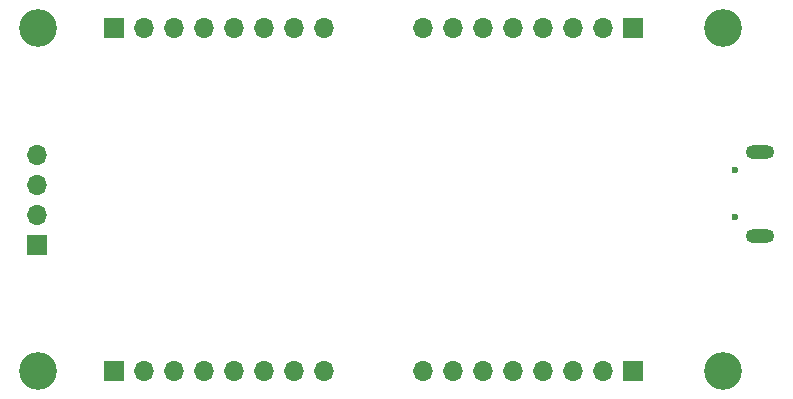
<source format=gbs>
G04 #@! TF.GenerationSoftware,KiCad,Pcbnew,(6.0.7-1)-1*
G04 #@! TF.CreationDate,2023-06-08T21:11:32-04:00*
G04 #@! TF.ProjectId,stm8l151k6t6_board,73746d38-6c31-4353-916b-3674365f626f,rev?*
G04 #@! TF.SameCoordinates,Original*
G04 #@! TF.FileFunction,Soldermask,Bot*
G04 #@! TF.FilePolarity,Negative*
%FSLAX46Y46*%
G04 Gerber Fmt 4.6, Leading zero omitted, Abs format (unit mm)*
G04 Created by KiCad (PCBNEW (6.0.7-1)-1) date 2023-06-08 21:11:32*
%MOMM*%
%LPD*%
G01*
G04 APERTURE LIST*
%ADD10R,1.700000X1.700000*%
%ADD11O,1.700000X1.700000*%
%ADD12C,3.200000*%
%ADD13C,0.600000*%
%ADD14O,2.400000X1.200000*%
G04 APERTURE END LIST*
D10*
X147614986Y-84730672D03*
D11*
X145074986Y-84730672D03*
X142534986Y-84730672D03*
X139994986Y-84730672D03*
X137454986Y-84730672D03*
X134914986Y-84730672D03*
X132374986Y-84730672D03*
X129834986Y-84730672D03*
D12*
X97200000Y-113700000D03*
D13*
X156209373Y-100730672D03*
X156209373Y-96730672D03*
D14*
X158350090Y-102305729D03*
X158350090Y-95155615D03*
D10*
X147614986Y-113730672D03*
D11*
X145074986Y-113730672D03*
X142534986Y-113730672D03*
X139994986Y-113730672D03*
X137454986Y-113730672D03*
X134914986Y-113730672D03*
X132374986Y-113730672D03*
X129834986Y-113730672D03*
D12*
X155200000Y-84730672D03*
X155200000Y-113700000D03*
X97200000Y-84700000D03*
D10*
X103614986Y-84730672D03*
D11*
X106154986Y-84730672D03*
X108694986Y-84730672D03*
X111234986Y-84730672D03*
X113774986Y-84730672D03*
X116314986Y-84730672D03*
X118854986Y-84730672D03*
X121394986Y-84730672D03*
D10*
X103614986Y-113730672D03*
D11*
X106154986Y-113730672D03*
X108694986Y-113730672D03*
X111234986Y-113730672D03*
X113774986Y-113730672D03*
X116314986Y-113730672D03*
X118854986Y-113730672D03*
X121394986Y-113730672D03*
D10*
X97114986Y-103070672D03*
D11*
X97114986Y-100530672D03*
X97114986Y-97990672D03*
X97114986Y-95450672D03*
M02*

</source>
